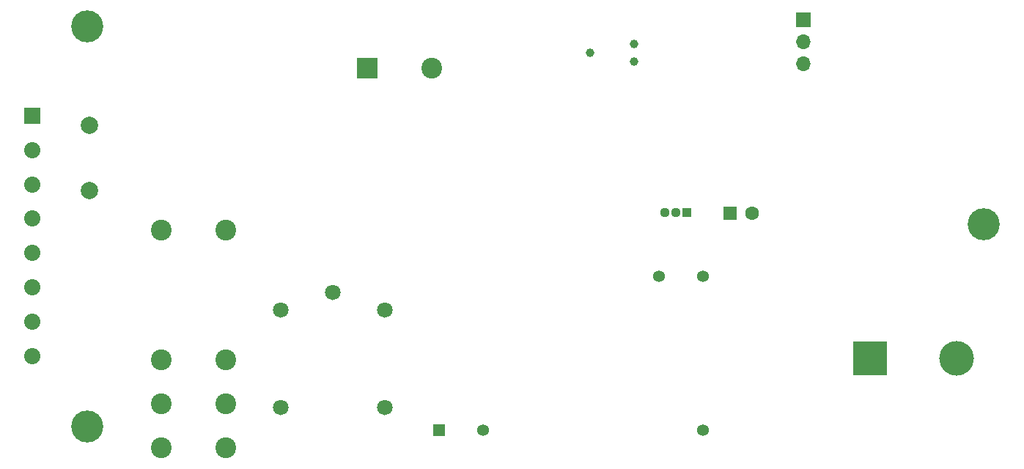
<source format=gbs>
%TF.GenerationSoftware,KiCad,Pcbnew,7.0.0-1.fc36*%
%TF.CreationDate,2023-03-23T22:09:31-05:00*%
%TF.ProjectId,2275Mod,32323735-4d6f-4642-9e6b-696361645f70,rev?*%
%TF.SameCoordinates,Original*%
%TF.FileFunction,Soldermask,Bot*%
%TF.FilePolarity,Negative*%
%FSLAX46Y46*%
G04 Gerber Fmt 4.6, Leading zero omitted, Abs format (unit mm)*
G04 Created by KiCad (PCBNEW 7.0.0-1.fc36) date 2023-03-23 22:09:31*
%MOMM*%
%LPD*%
G01*
G04 APERTURE LIST*
%ADD10R,2.400000X2.400000*%
%ADD11C,2.400000*%
%ADD12R,1.600000X1.600000*%
%ADD13C,1.600000*%
%ADD14R,1.700000X1.700000*%
%ADD15O,1.700000X1.700000*%
%ADD16C,0.990600*%
%ADD17R,1.358000X1.358000*%
%ADD18C,1.358000*%
%ADD19C,3.700000*%
%ADD20R,4.000000X4.000000*%
%ADD21C,4.000000*%
%ADD22R,1.120000X1.120000*%
%ADD23C,1.120000*%
%ADD24C,1.808000*%
%ADD25C,2.000000*%
%ADD26R,1.874000X1.874000*%
%ADD27C,1.874000*%
G04 APERTURE END LIST*
D10*
%TO.C,C2*%
X145839245Y-81279999D03*
D11*
X153339246Y-81280000D03*
%TD*%
D12*
%TO.C,C3*%
X187770887Y-98043999D03*
D13*
X190270888Y-98044000D03*
%TD*%
D14*
%TO.C,J201*%
X196214999Y-75691999D03*
D15*
X196214999Y-78231999D03*
X196214999Y-80771999D03*
%TD*%
D16*
%TO.C,J2*%
X171602400Y-79425800D03*
X176682400Y-78409800D03*
X176682400Y-80441800D03*
%TD*%
D17*
%TO.C,PS1*%
X154167499Y-123104499D03*
D18*
X159247500Y-123104500D03*
X184647500Y-123104500D03*
X184647500Y-105324500D03*
X179567500Y-105324500D03*
%TD*%
D11*
%TO.C,K1*%
X122047000Y-99917000D03*
X129540000Y-99917000D03*
X129540000Y-114903000D03*
X129540000Y-119983000D03*
X129540000Y-125063000D03*
X122047000Y-114903000D03*
X122047000Y-119983000D03*
X122047000Y-125063000D03*
%TD*%
D19*
%TO.C,H3*%
X113538000Y-76454000D03*
%TD*%
%TO.C,H1*%
X113538000Y-122682000D03*
%TD*%
D20*
%TO.C,C201*%
X203928629Y-114807999D03*
D21*
X213928630Y-114808000D03*
%TD*%
D19*
%TO.C,H2*%
X217043000Y-99314000D03*
%TD*%
D22*
%TO.C,U1*%
X182796249Y-97885499D03*
D23*
X181526250Y-97885500D03*
X180256250Y-97885500D03*
%TD*%
D24*
%TO.C,K2*%
X141876500Y-107177602D03*
X135876501Y-109177604D03*
X135876501Y-120477599D03*
X147876499Y-120477599D03*
X147876499Y-109177604D03*
%TD*%
D25*
%TO.C,C1*%
X113792000Y-87884000D03*
X113792000Y-95384000D03*
%TD*%
D26*
%TO.C,J1*%
X107185999Y-86757499D03*
D27*
X107186000Y-90717500D03*
X107186000Y-94677500D03*
X107186000Y-98637500D03*
X107186000Y-102597500D03*
X107186000Y-106557500D03*
X107186000Y-110517500D03*
X107186000Y-114477500D03*
%TD*%
M02*

</source>
